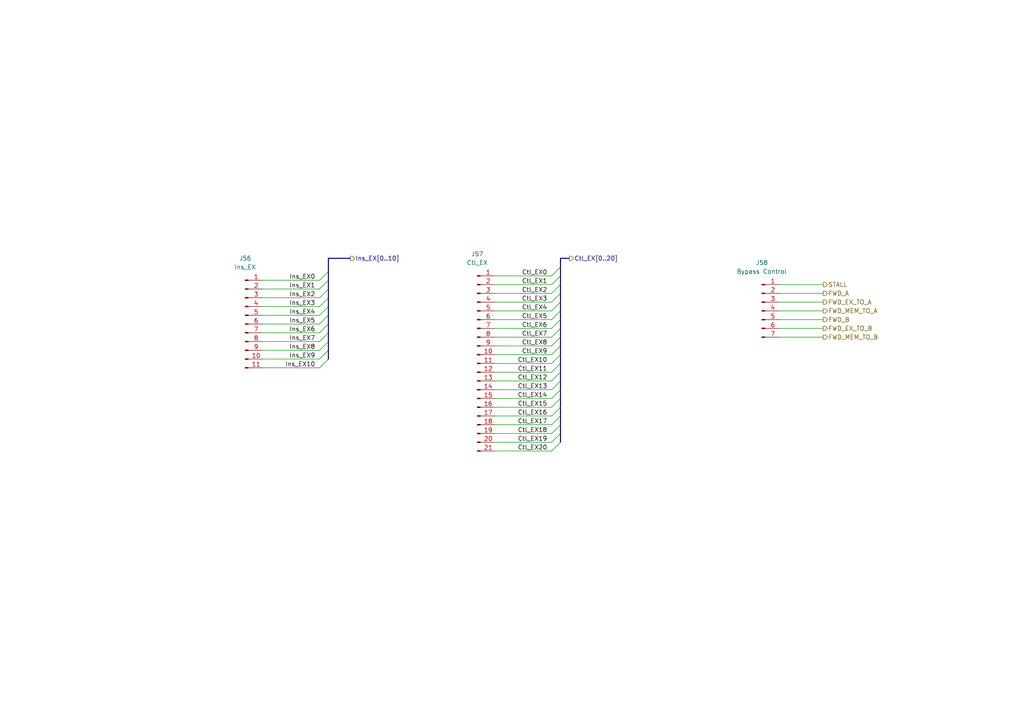
<source format=kicad_sch>
(kicad_sch (version 20230121) (generator eeschema)
  (paper "A4")
  (title_block (date "2023-03-24") (rev "B"))
  (lib_symbols
    (symbol "Connector:Conn_01x07_Pin" (pin_names (offset 1.016) hide)
      (property "Reference" "J" (at 0 10.16 0))
      (property "Value" "Conn_01x07_Pin" (at 0 -10.16 0))
      (symbol "Conn_01x07_Pin_1_1"
        (polyline (pts (xy 1.27 -7.62) (xy 0.8636 -7.62)) (stroke (width 0.1524)))
        (polyline (pts (xy 1.27 -5.08) (xy 0.8636 -5.08)) (stroke (width 0.1524)))
        (polyline (pts (xy 1.27 -2.54) (xy 0.8636 -2.54)) (stroke (width 0.1524)))
        (polyline (pts (xy 1.27 0) (xy 0.8636 0)) (stroke (width 0.1524)))
        (polyline (pts (xy 1.27 2.54) (xy 0.8636 2.54)) (stroke (width 0.1524)))
        (polyline (pts (xy 1.27 5.08) (xy 0.8636 5.08)) (stroke (width 0.1524)))
        (polyline (pts (xy 1.27 7.62) (xy 0.8636 7.62)) (stroke (width 0.1524)))
        (rectangle (start 0.8636 -7.493) (end 0 -7.747) (stroke (width 0.1524)) (fill (type outline)))
        (rectangle (start 0.8636 -4.953) (end 0 -5.207) (stroke (width 0.1524)) (fill (type outline)))
        (rectangle (start 0.8636 -2.413) (end 0 -2.667) (stroke (width 0.1524)) (fill (type outline)))
        (rectangle (start 0.8636 0.127) (end 0 -0.127) (stroke (width 0.1524)) (fill (type outline)))
        (rectangle (start 0.8636 2.667) (end 0 2.413) (stroke (width 0.1524)) (fill (type outline)))
        (rectangle (start 0.8636 5.207) (end 0 4.953) (stroke (width 0.1524)) (fill (type outline)))
        (rectangle (start 0.8636 7.747) (end 0 7.493) (stroke (width 0.1524)) (fill (type outline)))
        (pin passive line (at 5.08 7.62 180) (length 3.81) (name "Pin_1") (number "1"))
        (pin passive line (at 5.08 5.08 180) (length 3.81) (name "Pin_2") (number "2"))
        (pin passive line (at 5.08 2.54 180) (length 3.81) (name "Pin_3") (number "3"))
        (pin passive line (at 5.08 0 180) (length 3.81) (name "Pin_4") (number "4"))
        (pin passive line (at 5.08 -2.54 180) (length 3.81) (name "Pin_5") (number "5"))
        (pin passive line (at 5.08 -5.08 180) (length 3.81) (name "Pin_6") (number "6"))
        (pin passive line (at 5.08 -7.62 180) (length 3.81) (name "Pin_7") (number "7"))
      )
    )
    (symbol "Connector:Conn_01x11_Pin" (pin_names (offset 1.016) hide)
      (property "Reference" "J" (at 0 15.24 0))
      (property "Value" "Conn_01x11_Pin" (at 0 -15.24 0))
      (symbol "Conn_01x11_Pin_1_1"
        (polyline (pts (xy 1.27 -12.7) (xy 0.8636 -12.7)) (stroke (width 0.1524)))
        (polyline (pts (xy 1.27 -10.16) (xy 0.8636 -10.16)) (stroke (width 0.1524)))
        (polyline (pts (xy 1.27 -7.62) (xy 0.8636 -7.62)) (stroke (width 0.1524)))
        (polyline (pts (xy 1.27 -5.08) (xy 0.8636 -5.08)) (stroke (width 0.1524)))
        (polyline (pts (xy 1.27 -2.54) (xy 0.8636 -2.54)) (stroke (width 0.1524)))
        (polyline (pts (xy 1.27 0) (xy 0.8636 0)) (stroke (width 0.1524)))
        (polyline (pts (xy 1.27 2.54) (xy 0.8636 2.54)) (stroke (width 0.1524)))
        (polyline (pts (xy 1.27 5.08) (xy 0.8636 5.08)) (stroke (width 0.1524)))
        (polyline (pts (xy 1.27 7.62) (xy 0.8636 7.62)) (stroke (width 0.1524)))
        (polyline (pts (xy 1.27 10.16) (xy 0.8636 10.16)) (stroke (width 0.1524)))
        (polyline (pts (xy 1.27 12.7) (xy 0.8636 12.7)) (stroke (width 0.1524)))
        (rectangle (start 0.8636 -12.573) (end 0 -12.827) (stroke (width 0.1524)) (fill (type outline)))
        (rectangle (start 0.8636 -10.033) (end 0 -10.287) (stroke (width 0.1524)) (fill (type outline)))
        (rectangle (start 0.8636 -7.493) (end 0 -7.747) (stroke (width 0.1524)) (fill (type outline)))
        (rectangle (start 0.8636 -4.953) (end 0 -5.207) (stroke (width 0.1524)) (fill (type outline)))
        (rectangle (start 0.8636 -2.413) (end 0 -2.667) (stroke (width 0.1524)) (fill (type outline)))
        (rectangle (start 0.8636 0.127) (end 0 -0.127) (stroke (width 0.1524)) (fill (type outline)))
        (rectangle (start 0.8636 2.667) (end 0 2.413) (stroke (width 0.1524)) (fill (type outline)))
        (rectangle (start 0.8636 5.207) (end 0 4.953) (stroke (width 0.1524)) (fill (type outline)))
        (rectangle (start 0.8636 7.747) (end 0 7.493) (stroke (width 0.1524)) (fill (type outline)))
        (rectangle (start 0.8636 10.287) (end 0 10.033) (stroke (width 0.1524)) (fill (type outline)))
        (rectangle (start 0.8636 12.827) (end 0 12.573) (stroke (width 0.1524)) (fill (type outline)))
        (pin passive line (at 5.08 12.7 180) (length 3.81) (name "Pin_1") (number "1"))
        (pin passive line (at 5.08 -10.16 180) (length 3.81) (name "Pin_10") (number "10"))
        (pin passive line (at 5.08 -12.7 180) (length 3.81) (name "Pin_11") (number "11"))
        (pin passive line (at 5.08 10.16 180) (length 3.81) (name "Pin_2") (number "2"))
        (pin passive line (at 5.08 7.62 180) (length 3.81) (name "Pin_3") (number "3"))
        (pin passive line (at 5.08 5.08 180) (length 3.81) (name "Pin_4") (number "4"))
        (pin passive line (at 5.08 2.54 180) (length 3.81) (name "Pin_5") (number "5"))
        (pin passive line (at 5.08 0 180) (length 3.81) (name "Pin_6") (number "6"))
        (pin passive line (at 5.08 -2.54 180) (length 3.81) (name "Pin_7") (number "7"))
        (pin passive line (at 5.08 -5.08 180) (length 3.81) (name "Pin_8") (number "8"))
        (pin passive line (at 5.08 -7.62 180) (length 3.81) (name "Pin_9") (number "9"))
      )
    )
    (symbol "Connector:Conn_01x21_Pin" (pin_names (offset 1.016) hide)
      (property "Reference" "J" (at 0 27.94 0))
      (property "Value" "Conn_01x21_Pin" (at 0 -27.94 0))
      (symbol "Conn_01x21_Pin_1_1"
        (polyline (pts (xy 1.27 -25.4) (xy 0.8636 -25.4)) (stroke (width 0.1524)))
        (polyline (pts (xy 1.27 -22.86) (xy 0.8636 -22.86)) (stroke (width 0.1524)))
        (polyline (pts (xy 1.27 -20.32) (xy 0.8636 -20.32)) (stroke (width 0.1524)))
        (polyline (pts (xy 1.27 -17.78) (xy 0.8636 -17.78)) (stroke (width 0.1524)))
        (polyline (pts (xy 1.27 -15.24) (xy 0.8636 -15.24)) (stroke (width 0.1524)))
        (polyline (pts (xy 1.27 -12.7) (xy 0.8636 -12.7)) (stroke (width 0.1524)))
        (polyline (pts (xy 1.27 -10.16) (xy 0.8636 -10.16)) (stroke (width 0.1524)))
        (polyline (pts (xy 1.27 -7.62) (xy 0.8636 -7.62)) (stroke (width 0.1524)))
        (polyline (pts (xy 1.27 -5.08) (xy 0.8636 -5.08)) (stroke (width 0.1524)))
        (polyline (pts (xy 1.27 -2.54) (xy 0.8636 -2.54)) (stroke (width 0.1524)))
        (polyline (pts (xy 1.27 0) (xy 0.8636 0)) (stroke (width 0.1524)))
        (polyline (pts (xy 1.27 2.54) (xy 0.8636 2.54)) (stroke (width 0.1524)))
        (polyline (pts (xy 1.27 5.08) (xy 0.8636 5.08)) (stroke (width 0.1524)))
        (polyline (pts (xy 1.27 7.62) (xy 0.8636 7.62)) (stroke (width 0.1524)))
        (polyline (pts (xy 1.27 10.16) (xy 0.8636 10.16)) (stroke (width 0.1524)))
        (polyline (pts (xy 1.27 12.7) (xy 0.8636 12.7)) (stroke (width 0.1524)))
        (polyline (pts (xy 1.27 15.24) (xy 0.8636 15.24)) (stroke (width 0.1524)))
        (polyline (pts (xy 1.27 17.78) (xy 0.8636 17.78)) (stroke (width 0.1524)))
        (polyline (pts (xy 1.27 20.32) (xy 0.8636 20.32)) (stroke (width 0.1524)))
        (polyline (pts (xy 1.27 22.86) (xy 0.8636 22.86)) (stroke (width 0.1524)))
        (polyline (pts (xy 1.27 25.4) (xy 0.8636 25.4)) (stroke (width 0.1524)))
        (rectangle (start 0.8636 -25.273) (end 0 -25.527) (stroke (width 0.1524)) (fill (type outline)))
        (rectangle (start 0.8636 -22.733) (end 0 -22.987) (stroke (width 0.1524)) (fill (type outline)))
        (rectangle (start 0.8636 -20.193) (end 0 -20.447) (stroke (width 0.1524)) (fill (type outline)))
        (rectangle (start 0.8636 -17.653) (end 0 -17.907) (stroke (width 0.1524)) (fill (type outline)))
        (rectangle (start 0.8636 -15.113) (end 0 -15.367) (stroke (width 0.1524)) (fill (type outline)))
        (rectangle (start 0.8636 -12.573) (end 0 -12.827) (stroke (width 0.1524)) (fill (type outline)))
        (rectangle (start 0.8636 -10.033) (end 0 -10.287) (stroke (width 0.1524)) (fill (type outline)))
        (rectangle (start 0.8636 -7.493) (end 0 -7.747) (stroke (width 0.1524)) (fill (type outline)))
        (rectangle (start 0.8636 -4.953) (end 0 -5.207) (stroke (width 0.1524)) (fill (type outline)))
        (rectangle (start 0.8636 -2.413) (end 0 -2.667) (stroke (width 0.1524)) (fill (type outline)))
        (rectangle (start 0.8636 0.127) (end 0 -0.127) (stroke (width 0.1524)) (fill (type outline)))
        (rectangle (start 0.8636 2.667) (end 0 2.413) (stroke (width 0.1524)) (fill (type outline)))
        (rectangle (start 0.8636 5.207) (end 0 4.953) (stroke (width 0.1524)) (fill (type outline)))
        (rectangle (start 0.8636 7.747) (end 0 7.493) (stroke (width 0.1524)) (fill (type outline)))
        (rectangle (start 0.8636 10.287) (end 0 10.033) (stroke (width 0.1524)) (fill (type outline)))
        (rectangle (start 0.8636 12.827) (end 0 12.573) (stroke (width 0.1524)) (fill (type outline)))
        (rectangle (start 0.8636 15.367) (end 0 15.113) (stroke (width 0.1524)) (fill (type outline)))
        (rectangle (start 0.8636 17.907) (end 0 17.653) (stroke (width 0.1524)) (fill (type outline)))
        (rectangle (start 0.8636 20.447) (end 0 20.193) (stroke (width 0.1524)) (fill (type outline)))
        (rectangle (start 0.8636 22.987) (end 0 22.733) (stroke (width 0.1524)) (fill (type outline)))
        (rectangle (start 0.8636 25.527) (end 0 25.273) (stroke (width 0.1524)) (fill (type outline)))
        (pin passive line (at 5.08 25.4 180) (length 3.81) (name "Pin_1") (number "1"))
        (pin passive line (at 5.08 2.54 180) (length 3.81) (name "Pin_10") (number "10"))
        (pin passive line (at 5.08 0 180) (length 3.81) (name "Pin_11") (number "11"))
        (pin passive line (at 5.08 -2.54 180) (length 3.81) (name "Pin_12") (number "12"))
        (pin passive line (at 5.08 -5.08 180) (length 3.81) (name "Pin_13") (number "13"))
        (pin passive line (at 5.08 -7.62 180) (length 3.81) (name "Pin_14") (number "14"))
        (pin passive line (at 5.08 -10.16 180) (length 3.81) (name "Pin_15") (number "15"))
        (pin passive line (at 5.08 -12.7 180) (length 3.81) (name "Pin_16") (number "16"))
        (pin passive line (at 5.08 -15.24 180) (length 3.81) (name "Pin_17") (number "17"))
        (pin passive line (at 5.08 -17.78 180) (length 3.81) (name "Pin_18") (number "18"))
        (pin passive line (at 5.08 -20.32 180) (length 3.81) (name "Pin_19") (number "19"))
        (pin passive line (at 5.08 22.86 180) (length 3.81) (name "Pin_2") (number "2"))
        (pin passive line (at 5.08 -22.86 180) (length 3.81) (name "Pin_20") (number "20"))
        (pin passive line (at 5.08 -25.4 180) (length 3.81) (name "Pin_21") (number "21"))
        (pin passive line (at 5.08 20.32 180) (length 3.81) (name "Pin_3") (number "3"))
        (pin passive line (at 5.08 17.78 180) (length 3.81) (name "Pin_4") (number "4"))
        (pin passive line (at 5.08 15.24 180) (length 3.81) (name "Pin_5") (number "5"))
        (pin passive line (at 5.08 12.7 180) (length 3.81) (name "Pin_6") (number "6"))
        (pin passive line (at 5.08 10.16 180) (length 3.81) (name "Pin_7") (number "7"))
        (pin passive line (at 5.08 7.62 180) (length 3.81) (name "Pin_8") (number "8"))
        (pin passive line (at 5.08 5.08 180) (length 3.81) (name "Pin_9") (number "9"))
      )
    )
  )
  (bus_entry (at 162.56 80.01) (size -2.54 2.54))
  (bus_entry (at 162.56 77.47) (size -2.54 2.54))
  (bus_entry (at 162.56 125.73) (size -2.54 2.54))
  (bus_entry (at 162.56 97.79) (size -2.54 2.54))
  (bus_entry (at 162.56 102.87) (size -2.54 2.54))
  (bus_entry (at 162.56 92.71) (size -2.54 2.54))
  (bus_entry (at 95.25 101.6) (size -2.54 2.54))
  (bus_entry (at 162.56 113.03) (size -2.54 2.54))
  (bus_entry (at 162.56 128.27) (size -2.54 2.54))
  (bus_entry (at 162.56 95.25) (size -2.54 2.54))
  (bus_entry (at 95.25 78.74) (size -2.54 2.54))
  (bus_entry (at 162.56 107.95) (size -2.54 2.54))
  (bus_entry (at 162.56 100.33) (size -2.54 2.54))
  (bus_entry (at 162.56 90.17) (size -2.54 2.54))
  (bus_entry (at 95.25 81.28) (size -2.54 2.54))
  (bus_entry (at 95.25 96.52) (size -2.54 2.54))
  (bus_entry (at 95.25 83.82) (size -2.54 2.54))
  (bus_entry (at 162.56 105.41) (size -2.54 2.54))
  (bus_entry (at 95.25 88.9) (size -2.54 2.54))
  (bus_entry (at 95.25 93.98) (size -2.54 2.54))
  (bus_entry (at 95.25 99.06) (size -2.54 2.54))
  (bus_entry (at 162.56 82.55) (size -2.54 2.54))
  (bus_entry (at 162.56 115.57) (size -2.54 2.54))
  (bus_entry (at 162.56 120.65) (size -2.54 2.54))
  (bus_entry (at 162.56 110.49) (size -2.54 2.54))
  (bus_entry (at 95.25 104.14) (size -2.54 2.54))
  (bus_entry (at 162.56 85.09) (size -2.54 2.54))
  (bus_entry (at 95.25 86.36) (size -2.54 2.54))
  (bus_entry (at 162.56 118.11) (size -2.54 2.54))
  (bus_entry (at 95.25 91.44) (size -2.54 2.54))
  (bus_entry (at 162.56 87.63) (size -2.54 2.54))
  (bus_entry (at 162.56 123.19) (size -2.54 2.54))
  (bus (pts (xy 95.25 91.44) (xy 95.25 93.98)))
  (bus (pts (xy 162.56 120.65) (xy 162.56 123.19)))
  (wire (pts (xy 160.02 85.09) (xy 143.51 85.09)))
  (bus (pts (xy 162.56 82.55) (xy 162.56 85.09)))
  (bus (pts (xy 95.25 74.93) (xy 95.25 78.74)))
  (bus (pts (xy 162.56 115.57) (xy 162.56 118.11)))
  (wire (pts (xy 160.02 128.27) (xy 143.51 128.27)))
  (bus (pts (xy 162.56 87.63) (xy 162.56 90.17)))
  (bus (pts (xy 162.56 97.79) (xy 162.56 100.33)))
  (bus (pts (xy 95.25 83.82) (xy 95.25 86.36)))
  (wire (pts (xy 160.02 110.49) (xy 143.51 110.49)))
  (wire (pts (xy 160.02 125.73) (xy 143.51 125.73)))
  (bus (pts (xy 95.25 78.74) (xy 95.25 81.28)))
  (wire (pts (xy 92.71 83.82) (xy 76.2 83.82)))
  (bus (pts (xy 162.56 123.19) (xy 162.56 125.73)))
  (wire (pts (xy 238.76 85.09) (xy 226.06 85.09)))
  (wire (pts (xy 238.76 97.79) (xy 226.06 97.79)))
  (bus (pts (xy 162.56 92.71) (xy 162.56 95.25)))
  (wire (pts (xy 92.71 96.52) (xy 76.2 96.52)))
  (wire (pts (xy 160.02 102.87) (xy 143.51 102.87)))
  (wire (pts (xy 160.02 100.33) (xy 143.51 100.33)))
  (wire (pts (xy 160.02 120.65) (xy 143.51 120.65)))
  (wire (pts (xy 160.02 107.95) (xy 143.51 107.95)))
  (bus (pts (xy 101.6 74.93) (xy 95.25 74.93)))
  (wire (pts (xy 92.71 88.9) (xy 76.2 88.9)))
  (bus (pts (xy 95.25 86.36) (xy 95.25 88.9)))
  (wire (pts (xy 160.02 113.03) (xy 143.51 113.03)))
  (wire (pts (xy 160.02 80.01) (xy 143.51 80.01)))
  (wire (pts (xy 92.71 99.06) (xy 76.2 99.06)))
  (bus (pts (xy 162.56 118.11) (xy 162.56 120.65)))
  (bus (pts (xy 95.25 93.98) (xy 95.25 96.52)))
  (bus (pts (xy 162.56 80.01) (xy 162.56 82.55)))
  (wire (pts (xy 238.76 90.17) (xy 226.06 90.17)))
  (bus (pts (xy 162.56 107.95) (xy 162.56 110.49)))
  (bus (pts (xy 162.56 125.73) (xy 162.56 128.27)))
  (bus (pts (xy 95.25 101.6) (xy 95.25 104.14)))
  (bus (pts (xy 162.56 100.33) (xy 162.56 102.87)))
  (wire (pts (xy 92.71 93.98) (xy 76.2 93.98)))
  (bus (pts (xy 95.25 96.52) (xy 95.25 99.06)))
  (bus (pts (xy 162.56 105.41) (xy 162.56 107.95)))
  (wire (pts (xy 92.71 91.44) (xy 76.2 91.44)))
  (wire (pts (xy 160.02 87.63) (xy 143.51 87.63)))
  (wire (pts (xy 160.02 123.19) (xy 143.51 123.19)))
  (wire (pts (xy 160.02 92.71) (xy 143.51 92.71)))
  (wire (pts (xy 92.71 86.36) (xy 76.2 86.36)))
  (wire (pts (xy 160.02 105.41) (xy 143.51 105.41)))
  (wire (pts (xy 92.71 104.14) (xy 76.2 104.14)))
  (bus (pts (xy 165.1 74.93) (xy 162.56 74.93)))
  (bus (pts (xy 162.56 90.17) (xy 162.56 92.71)))
  (wire (pts (xy 92.71 106.68) (xy 76.2 106.68)))
  (wire (pts (xy 160.02 90.17) (xy 143.51 90.17)))
  (bus (pts (xy 162.56 95.25) (xy 162.56 97.79)))
  (wire (pts (xy 160.02 115.57) (xy 143.51 115.57)))
  (wire (pts (xy 238.76 95.25) (xy 226.06 95.25)))
  (wire (pts (xy 160.02 97.79) (xy 143.51 97.79)))
  (wire (pts (xy 160.02 82.55) (xy 143.51 82.55)))
  (wire (pts (xy 160.02 95.25) (xy 143.51 95.25)))
  (wire (pts (xy 160.02 118.11) (xy 143.51 118.11)))
  (bus (pts (xy 162.56 102.87) (xy 162.56 105.41)))
  (wire (pts (xy 92.71 101.6) (xy 76.2 101.6)))
  (wire (pts (xy 238.76 92.71) (xy 226.06 92.71)))
  (bus (pts (xy 95.25 81.28) (xy 95.25 83.82)))
  (wire (pts (xy 238.76 82.55) (xy 226.06 82.55)))
  (bus (pts (xy 95.25 99.06) (xy 95.25 101.6)))
  (wire (pts (xy 160.02 130.81) (xy 143.51 130.81)))
  (bus (pts (xy 95.25 88.9) (xy 95.25 91.44)))
  (bus (pts (xy 162.56 110.49) (xy 162.56 113.03)))
  (bus (pts (xy 162.56 113.03) (xy 162.56 115.57)))
  (bus (pts (xy 162.56 74.93) (xy 162.56 77.47)))
  (bus (pts (xy 162.56 77.47) (xy 162.56 80.01)))
  (bus (pts (xy 162.56 85.09) (xy 162.56 87.63)))
  (wire (pts (xy 92.71 81.28) (xy 76.2 81.28)))
  (wire (pts (xy 238.76 87.63) (xy 226.06 87.63)))
  (label "Ctl_EX7" (at 158.75 97.79 180))
  (label "Ctl_EX3" (at 158.75 87.63 180))
  (label "Ins_EX10" (at 91.44 106.68 180))
  (label "Ctl_EX10" (at 158.75 105.41 180))
  (label "Ins_EX9" (at 91.44 104.14 180))
  (label "Ctl_EX15" (at 158.75 118.11 180))
  (label "Ctl_EX20" (at 158.75 130.81 180))
  (label "Ins_EX3" (at 91.44 88.9 180))
  (label "Ins_EX6" (at 91.44 96.52 180))
  (label "Ctl_EX17" (at 158.75 123.19 180))
  (label "Ins_EX2" (at 91.44 86.36 180))
  (label "Ctl_EX13" (at 158.75 113.03 180))
  (label "Ctl_EX19" (at 158.75 128.27 180))
  (label "Ins_EX0" (at 91.44 81.28 180))
  (label "Ctl_EX4" (at 158.75 90.17 180))
  (label "Ctl_EX5" (at 158.75 92.71 180))
  (label "Ctl_EX9" (at 158.75 102.87 180))
  (label "Ctl_EX6" (at 158.75 95.25 180))
  (label "Ctl_EX11" (at 158.75 107.95 180))
  (label "Ctl_EX2" (at 158.75 85.09 180))
  (label "Ins_EX4" (at 91.44 91.44 180))
  (label "Ins_EX1" (at 91.44 83.82 180))
  (label "Ctl_EX18" (at 158.75 125.73 180))
  (label "Ctl_EX0" (at 158.75 80.01 180))
  (label "Ctl_EX16" (at 158.75 120.65 180))
  (label "Ctl_EX12" (at 158.75 110.49 180))
  (label "Ctl_EX14" (at 158.75 115.57 180))
  (label "Ctl_EX1" (at 158.75 82.55 180))
  (label "Ins_EX7" (at 91.44 99.06 180))
  (label "Ins_EX5" (at 91.44 93.98 180))
  (label "Ins_EX8" (at 91.44 101.6 180))
  (label "Ctl_EX8" (at 158.75 100.33 180))
  (hierarchical_label "Ins_EX[0..10]" (shape output) (at 101.6 74.93 0))
  (hierarchical_label "FWD_MEM_TO_A" (shape output) (at 238.76 90.17 0))
  (hierarchical_label "STALL" (shape output) (at 238.76 82.55 0))
  (hierarchical_label "FWD_EX_TO_B" (shape output) (at 238.76 95.25 0))
  (hierarchical_label "Ctl_EX[0..20]" (shape output) (at 165.1 74.93 0))
  (hierarchical_label "FWD_A" (shape output) (at 238.76 85.09 0))
  (hierarchical_label "FWD_EX_TO_A" (shape output) (at 238.76 87.63 0))
  (hierarchical_label "FWD_MEM_TO_B" (shape output) (at 238.76 97.79 0))
  (hierarchical_label "FWD_B" (shape output) (at 238.76 92.71 0))
  (symbol (lib_id "Connector:Conn_01x11_Pin") (at 71.12 93.98 0) (unit 1)
    (property "Reference" "J56" (at 71.12 74.93 0))
    (property "Value" "Ins_EX" (at 71.12 77.47 0))
    (property "Footprint" "Connector_PinHeader_2.54mm:PinHeader_1x11_P2.54mm_Vertical" (effects hide))
  )
  (symbol (lib_id "Connector:Conn_01x07_Pin") (at 220.98 90.17 0) (unit 1)
    (property "Reference" "J58" (at 220.98 76.2 0))
    (property "Value" "Bypass Control" (at 220.98 78.74 0))
    (property "Footprint" "Connector_PinHeader_2.54mm:PinHeader_1x07_P2.54mm_Vertical" (effects hide))
  )
  (symbol (lib_id "Connector:Conn_01x21_Pin") (at 138.43 105.41 0) (unit 1)
    (property "Reference" "J57" (at 138.43 73.66 0))
    (property "Value" "Ctl_EX" (at 138.43 76.2 0))
    (property "Footprint" "Connector_PinHeader_2.54mm:PinHeader_1x21_P2.54mm_Vertical" (effects hide))
  )
)
</source>
